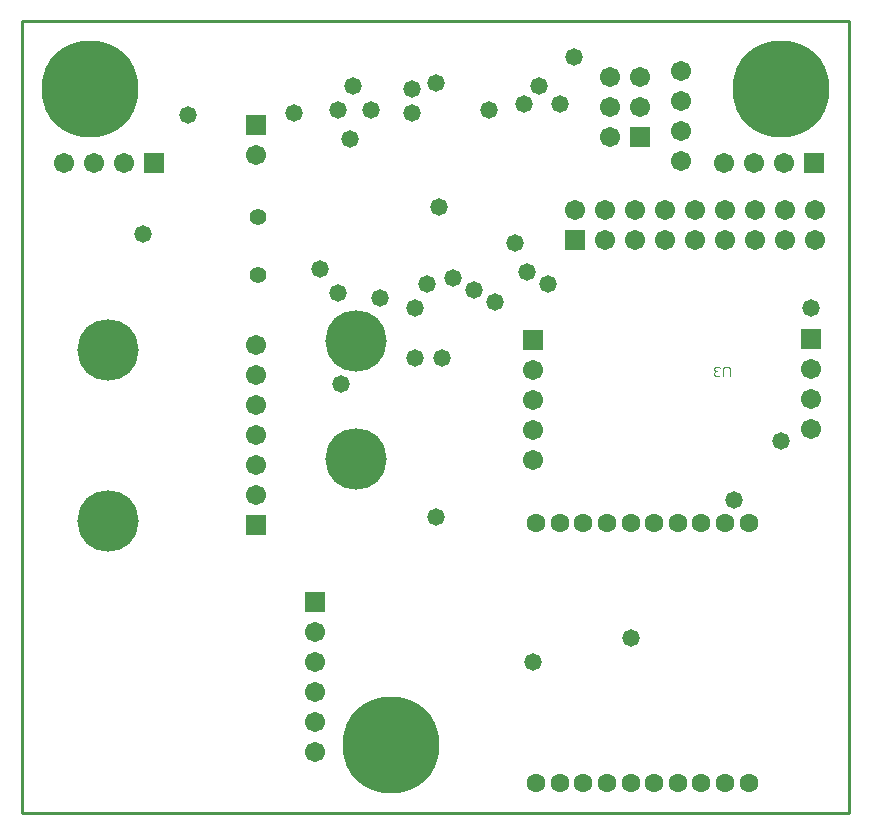
<source format=gbs>
G04*
G04 #@! TF.GenerationSoftware,Altium Limited,Altium Designer,19.1.8 (144)*
G04*
G04 Layer_Color=16711935*
%FSLAX25Y25*%
%MOIN*%
G70*
G01*
G75*
%ADD13C,0.01000*%
%ADD14C,0.00394*%
%ADD43C,0.06706*%
%ADD44R,0.06706X0.06706*%
%ADD45R,0.06706X0.06706*%
%ADD46C,0.06312*%
%ADD47C,0.32296*%
%ADD48C,0.05524*%
%ADD49C,0.20485*%
%ADD50C,0.05800*%
D13*
X-984Y0D02*
X0D01*
X-984Y263779D02*
X-984Y0D01*
X-984Y263779D02*
X274606D01*
Y0D02*
Y263779D01*
X0Y0D02*
X274606D01*
D14*
X234846Y145489D02*
Y148113D01*
X234322Y148638D01*
X233272D01*
X232747Y148113D01*
Y145489D01*
X231698Y146014D02*
X231173Y145489D01*
X230124D01*
X229599Y146014D01*
Y146539D01*
X230124Y147064D01*
X230648D01*
X230124D01*
X229599Y147588D01*
Y148113D01*
X230124Y148638D01*
X231173D01*
X231698Y148113D01*
D43*
X232795Y216535D02*
D03*
X242795D02*
D03*
X252795D02*
D03*
X12835D02*
D03*
X22835D02*
D03*
X32835D02*
D03*
X76772Y219331D02*
D03*
X263425Y200787D02*
D03*
Y190787D02*
D03*
X253425Y200787D02*
D03*
Y190787D02*
D03*
X243425Y200787D02*
D03*
Y190787D02*
D03*
X233425Y200787D02*
D03*
Y190787D02*
D03*
X223425Y200787D02*
D03*
Y190787D02*
D03*
X213425Y200787D02*
D03*
Y190787D02*
D03*
X203425Y200787D02*
D03*
Y190787D02*
D03*
X193425Y200787D02*
D03*
Y190787D02*
D03*
X183425Y200787D02*
D03*
X218504Y217047D02*
D03*
Y227047D02*
D03*
Y237047D02*
D03*
Y247047D02*
D03*
X96457Y60197D02*
D03*
Y50197D02*
D03*
Y40197D02*
D03*
Y30197D02*
D03*
Y20197D02*
D03*
X76772Y155827D02*
D03*
Y145827D02*
D03*
Y135827D02*
D03*
Y125827D02*
D03*
Y105827D02*
D03*
Y115827D02*
D03*
X169291Y147480D02*
D03*
Y137480D02*
D03*
Y127480D02*
D03*
Y117480D02*
D03*
X194882Y245236D02*
D03*
X204882D02*
D03*
X194882Y235236D02*
D03*
X204882D02*
D03*
X194882Y225236D02*
D03*
X261811Y147795D02*
D03*
Y137795D02*
D03*
Y127795D02*
D03*
D44*
X262795Y216535D02*
D03*
X42835D02*
D03*
X183425Y190787D02*
D03*
D45*
X76772Y229331D02*
D03*
X96457Y70197D02*
D03*
X76772Y95827D02*
D03*
X169291Y157480D02*
D03*
X204882Y225236D02*
D03*
X261811Y157795D02*
D03*
D46*
X241142Y9843D02*
D03*
X233268D02*
D03*
X225394D02*
D03*
X217520D02*
D03*
X209646D02*
D03*
X201772D02*
D03*
X193898D02*
D03*
X186024D02*
D03*
X178150D02*
D03*
X170276D02*
D03*
Y96457D02*
D03*
X178150D02*
D03*
X186024D02*
D03*
X193898D02*
D03*
X201772D02*
D03*
X209646D02*
D03*
X217520D02*
D03*
X225394D02*
D03*
X233268D02*
D03*
X241142D02*
D03*
D47*
X122047Y22638D02*
D03*
X251969Y241142D02*
D03*
X21654D02*
D03*
D48*
X77756Y179370D02*
D03*
Y198583D02*
D03*
D49*
X27559Y154213D02*
D03*
Y97126D02*
D03*
X110236Y157323D02*
D03*
Y117953D02*
D03*
D50*
X178150Y236221D02*
D03*
X163386Y189961D02*
D03*
X183071Y251969D02*
D03*
X137795Y201771D02*
D03*
X39370Y192913D02*
D03*
X169291Y50197D02*
D03*
X201772Y58071D02*
D03*
X136811Y98425D02*
D03*
X105315Y142717D02*
D03*
X251969Y124016D02*
D03*
X129921Y151575D02*
D03*
X138779D02*
D03*
X174213Y176181D02*
D03*
X167323Y180118D02*
D03*
X149606Y174213D02*
D03*
X142717Y178150D02*
D03*
X133858Y176181D02*
D03*
X129921Y168307D02*
D03*
X156496Y170276D02*
D03*
X171260Y242126D02*
D03*
X166339Y236221D02*
D03*
X236221Y104331D02*
D03*
X261811Y168307D02*
D03*
X154528Y234252D02*
D03*
X136811Y243110D02*
D03*
X128937Y241142D02*
D03*
Y233268D02*
D03*
X104331Y173228D02*
D03*
X98425Y181102D02*
D03*
X89567Y233268D02*
D03*
X54429Y232579D02*
D03*
X104331Y234252D02*
D03*
X109252Y242126D02*
D03*
X115157Y234252D02*
D03*
X108198Y224410D02*
D03*
X118294Y171444D02*
D03*
M02*

</source>
